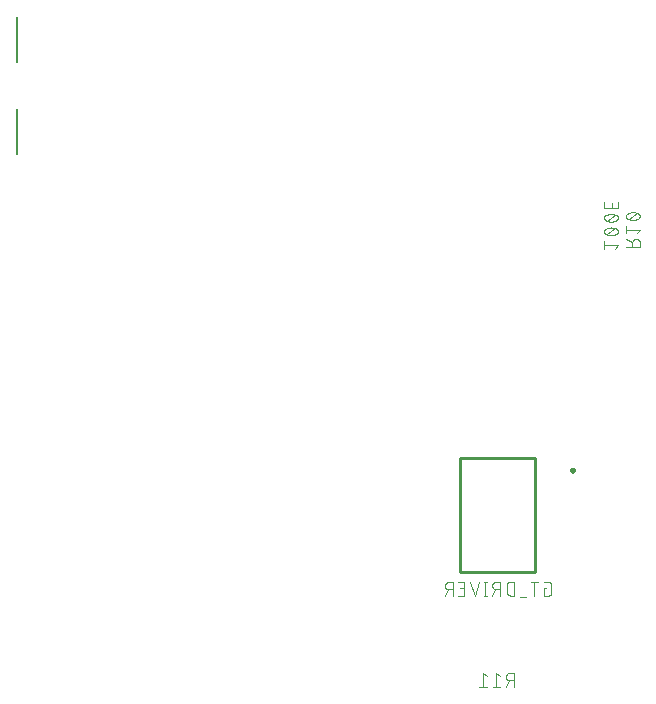
<source format=gbr>
G04 EAGLE Gerber RS-274X export*
G75*
%MOMM*%
%FSLAX34Y34*%
%LPD*%
%INSilkscreen Bottom*%
%IPPOS*%
%AMOC8*
5,1,8,0,0,1.08239X$1,22.5*%
G01*
%ADD10C,0.203200*%
%ADD11C,0.254000*%
%ADD12C,0.101600*%


D10*
X109100Y761450D02*
X109100Y799550D01*
D11*
X483550Y503450D02*
X547050Y503450D01*
X547050Y406950D01*
X483550Y406950D01*
X483550Y503450D01*
X577894Y493400D02*
X577896Y493471D01*
X577902Y493542D01*
X577912Y493612D01*
X577925Y493681D01*
X577943Y493750D01*
X577964Y493818D01*
X577989Y493884D01*
X578018Y493949D01*
X578050Y494012D01*
X578086Y494074D01*
X578125Y494133D01*
X578168Y494190D01*
X578213Y494244D01*
X578261Y494296D01*
X578313Y494345D01*
X578367Y494391D01*
X578423Y494434D01*
X578481Y494474D01*
X578542Y494511D01*
X578605Y494544D01*
X578669Y494574D01*
X578735Y494600D01*
X578803Y494622D01*
X578871Y494641D01*
X578941Y494655D01*
X579011Y494666D01*
X579081Y494673D01*
X579152Y494676D01*
X579223Y494675D01*
X579294Y494670D01*
X579364Y494661D01*
X579434Y494648D01*
X579503Y494632D01*
X579571Y494611D01*
X579638Y494587D01*
X579703Y494559D01*
X579767Y494528D01*
X579828Y494493D01*
X579888Y494455D01*
X579946Y494413D01*
X580001Y494369D01*
X580053Y494321D01*
X580103Y494270D01*
X580150Y494217D01*
X580194Y494161D01*
X580235Y494103D01*
X580272Y494043D01*
X580306Y493981D01*
X580337Y493917D01*
X580364Y493851D01*
X580387Y493784D01*
X580406Y493716D01*
X580422Y493647D01*
X580434Y493577D01*
X580442Y493506D01*
X580446Y493435D01*
X580446Y493365D01*
X580442Y493294D01*
X580434Y493223D01*
X580422Y493153D01*
X580406Y493084D01*
X580387Y493016D01*
X580364Y492949D01*
X580337Y492883D01*
X580306Y492819D01*
X580272Y492757D01*
X580235Y492697D01*
X580194Y492639D01*
X580150Y492583D01*
X580103Y492530D01*
X580053Y492479D01*
X580001Y492431D01*
X579946Y492387D01*
X579888Y492345D01*
X579828Y492307D01*
X579767Y492272D01*
X579703Y492241D01*
X579638Y492213D01*
X579571Y492189D01*
X579503Y492168D01*
X579434Y492152D01*
X579364Y492139D01*
X579294Y492130D01*
X579223Y492125D01*
X579152Y492124D01*
X579081Y492127D01*
X579011Y492134D01*
X578941Y492145D01*
X578871Y492159D01*
X578803Y492178D01*
X578735Y492200D01*
X578669Y492226D01*
X578605Y492256D01*
X578542Y492289D01*
X578481Y492326D01*
X578423Y492366D01*
X578367Y492409D01*
X578313Y492455D01*
X578261Y492504D01*
X578213Y492556D01*
X578168Y492610D01*
X578125Y492667D01*
X578086Y492726D01*
X578050Y492788D01*
X578018Y492851D01*
X577989Y492916D01*
X577964Y492982D01*
X577943Y493050D01*
X577925Y493119D01*
X577912Y493188D01*
X577902Y493258D01*
X577896Y493329D01*
X577894Y493400D01*
D12*
X556658Y393809D02*
X554711Y393809D01*
X554711Y387318D01*
X558605Y387318D01*
X558704Y387320D01*
X558804Y387326D01*
X558903Y387335D01*
X559001Y387348D01*
X559099Y387365D01*
X559197Y387386D01*
X559293Y387411D01*
X559388Y387439D01*
X559482Y387471D01*
X559575Y387506D01*
X559667Y387545D01*
X559757Y387588D01*
X559845Y387633D01*
X559932Y387683D01*
X560016Y387735D01*
X560099Y387791D01*
X560179Y387849D01*
X560257Y387911D01*
X560332Y387976D01*
X560405Y388044D01*
X560475Y388114D01*
X560543Y388187D01*
X560608Y388262D01*
X560670Y388340D01*
X560728Y388420D01*
X560784Y388503D01*
X560836Y388587D01*
X560886Y388674D01*
X560931Y388762D01*
X560974Y388852D01*
X561013Y388944D01*
X561048Y389037D01*
X561080Y389131D01*
X561108Y389226D01*
X561133Y389322D01*
X561154Y389420D01*
X561171Y389518D01*
X561184Y389616D01*
X561193Y389715D01*
X561199Y389815D01*
X561201Y389914D01*
X561202Y389914D02*
X561202Y396406D01*
X561201Y396406D02*
X561199Y396505D01*
X561193Y396605D01*
X561184Y396704D01*
X561171Y396802D01*
X561154Y396900D01*
X561133Y396998D01*
X561108Y397094D01*
X561080Y397189D01*
X561048Y397283D01*
X561013Y397376D01*
X560974Y397468D01*
X560931Y397558D01*
X560886Y397646D01*
X560836Y397733D01*
X560784Y397817D01*
X560728Y397900D01*
X560670Y397980D01*
X560608Y398058D01*
X560543Y398133D01*
X560475Y398206D01*
X560405Y398276D01*
X560332Y398344D01*
X560257Y398409D01*
X560179Y398471D01*
X560099Y398529D01*
X560016Y398585D01*
X559932Y398637D01*
X559845Y398687D01*
X559757Y398732D01*
X559667Y398775D01*
X559575Y398814D01*
X559482Y398849D01*
X559388Y398881D01*
X559293Y398909D01*
X559197Y398934D01*
X559099Y398955D01*
X559001Y398972D01*
X558903Y398985D01*
X558804Y398994D01*
X558704Y399000D01*
X558605Y399002D01*
X554711Y399002D01*
X546907Y399002D02*
X546907Y387318D01*
X550153Y399002D02*
X543662Y399002D01*
X539979Y386020D02*
X534786Y386020D01*
X529960Y387318D02*
X529960Y399002D01*
X526714Y399002D01*
X526601Y399000D01*
X526488Y398994D01*
X526375Y398984D01*
X526262Y398970D01*
X526150Y398953D01*
X526039Y398931D01*
X525929Y398906D01*
X525819Y398876D01*
X525711Y398843D01*
X525604Y398806D01*
X525498Y398766D01*
X525394Y398721D01*
X525291Y398673D01*
X525190Y398622D01*
X525091Y398567D01*
X524994Y398509D01*
X524899Y398447D01*
X524806Y398382D01*
X524716Y398314D01*
X524628Y398243D01*
X524542Y398168D01*
X524459Y398091D01*
X524379Y398011D01*
X524302Y397928D01*
X524227Y397842D01*
X524156Y397754D01*
X524088Y397664D01*
X524023Y397571D01*
X523961Y397476D01*
X523903Y397379D01*
X523848Y397280D01*
X523797Y397179D01*
X523749Y397076D01*
X523704Y396972D01*
X523664Y396866D01*
X523627Y396759D01*
X523594Y396651D01*
X523564Y396541D01*
X523539Y396431D01*
X523517Y396320D01*
X523500Y396208D01*
X523486Y396095D01*
X523476Y395982D01*
X523470Y395869D01*
X523468Y395756D01*
X523469Y395756D02*
X523469Y390564D01*
X523468Y390564D02*
X523470Y390451D01*
X523476Y390338D01*
X523486Y390225D01*
X523500Y390112D01*
X523517Y390000D01*
X523539Y389889D01*
X523564Y389779D01*
X523594Y389669D01*
X523627Y389561D01*
X523664Y389454D01*
X523704Y389348D01*
X523749Y389244D01*
X523797Y389141D01*
X523848Y389040D01*
X523903Y388941D01*
X523961Y388844D01*
X524023Y388749D01*
X524088Y388656D01*
X524156Y388566D01*
X524227Y388478D01*
X524302Y388392D01*
X524379Y388309D01*
X524459Y388229D01*
X524542Y388152D01*
X524628Y388077D01*
X524716Y388006D01*
X524806Y387938D01*
X524899Y387873D01*
X524994Y387811D01*
X525091Y387753D01*
X525190Y387698D01*
X525291Y387647D01*
X525394Y387599D01*
X525498Y387554D01*
X525604Y387514D01*
X525711Y387477D01*
X525819Y387444D01*
X525929Y387414D01*
X526039Y387389D01*
X526150Y387367D01*
X526262Y387350D01*
X526375Y387336D01*
X526488Y387326D01*
X526601Y387320D01*
X526714Y387318D01*
X529960Y387318D01*
X517694Y387318D02*
X517694Y399002D01*
X514449Y399002D01*
X514336Y399000D01*
X514223Y398994D01*
X514110Y398984D01*
X513997Y398970D01*
X513885Y398953D01*
X513774Y398931D01*
X513664Y398906D01*
X513554Y398876D01*
X513446Y398843D01*
X513339Y398806D01*
X513233Y398766D01*
X513129Y398721D01*
X513026Y398673D01*
X512925Y398622D01*
X512826Y398567D01*
X512729Y398509D01*
X512634Y398447D01*
X512541Y398382D01*
X512451Y398314D01*
X512363Y398243D01*
X512277Y398168D01*
X512194Y398091D01*
X512114Y398011D01*
X512037Y397928D01*
X511962Y397842D01*
X511891Y397754D01*
X511823Y397664D01*
X511758Y397571D01*
X511696Y397476D01*
X511638Y397379D01*
X511583Y397280D01*
X511532Y397179D01*
X511484Y397076D01*
X511439Y396972D01*
X511399Y396866D01*
X511362Y396759D01*
X511329Y396651D01*
X511299Y396541D01*
X511274Y396431D01*
X511252Y396320D01*
X511235Y396208D01*
X511221Y396095D01*
X511211Y395982D01*
X511205Y395869D01*
X511203Y395756D01*
X511205Y395643D01*
X511211Y395530D01*
X511221Y395417D01*
X511235Y395304D01*
X511252Y395192D01*
X511274Y395081D01*
X511299Y394971D01*
X511329Y394861D01*
X511362Y394753D01*
X511399Y394646D01*
X511439Y394540D01*
X511484Y394436D01*
X511532Y394333D01*
X511583Y394232D01*
X511638Y394133D01*
X511696Y394036D01*
X511758Y393941D01*
X511823Y393848D01*
X511891Y393758D01*
X511962Y393670D01*
X512037Y393584D01*
X512114Y393501D01*
X512194Y393421D01*
X512277Y393344D01*
X512363Y393269D01*
X512451Y393198D01*
X512541Y393130D01*
X512634Y393065D01*
X512729Y393003D01*
X512826Y392945D01*
X512925Y392890D01*
X513026Y392839D01*
X513129Y392791D01*
X513233Y392746D01*
X513339Y392706D01*
X513446Y392669D01*
X513554Y392636D01*
X513664Y392606D01*
X513774Y392581D01*
X513885Y392559D01*
X513997Y392542D01*
X514110Y392528D01*
X514223Y392518D01*
X514336Y392512D01*
X514449Y392510D01*
X514449Y392511D02*
X517694Y392511D01*
X513800Y392511D02*
X511203Y387318D01*
X505378Y387318D02*
X505378Y399002D01*
X506677Y387318D02*
X504080Y387318D01*
X504080Y399002D02*
X506677Y399002D01*
X500129Y399002D02*
X496234Y387318D01*
X492340Y399002D01*
X487646Y387318D02*
X482453Y387318D01*
X487646Y387318D02*
X487646Y399002D01*
X482453Y399002D01*
X483752Y393809D02*
X487646Y393809D01*
X477689Y399002D02*
X477689Y387318D01*
X477689Y399002D02*
X474444Y399002D01*
X474331Y399000D01*
X474218Y398994D01*
X474105Y398984D01*
X473992Y398970D01*
X473880Y398953D01*
X473769Y398931D01*
X473659Y398906D01*
X473549Y398876D01*
X473441Y398843D01*
X473334Y398806D01*
X473228Y398766D01*
X473124Y398721D01*
X473021Y398673D01*
X472920Y398622D01*
X472821Y398567D01*
X472724Y398509D01*
X472629Y398447D01*
X472536Y398382D01*
X472446Y398314D01*
X472358Y398243D01*
X472272Y398168D01*
X472189Y398091D01*
X472109Y398011D01*
X472032Y397928D01*
X471957Y397842D01*
X471886Y397754D01*
X471818Y397664D01*
X471753Y397571D01*
X471691Y397476D01*
X471633Y397379D01*
X471578Y397280D01*
X471527Y397179D01*
X471479Y397076D01*
X471434Y396972D01*
X471394Y396866D01*
X471357Y396759D01*
X471324Y396651D01*
X471294Y396541D01*
X471269Y396431D01*
X471247Y396320D01*
X471230Y396208D01*
X471216Y396095D01*
X471206Y395982D01*
X471200Y395869D01*
X471198Y395756D01*
X471200Y395643D01*
X471206Y395530D01*
X471216Y395417D01*
X471230Y395304D01*
X471247Y395192D01*
X471269Y395081D01*
X471294Y394971D01*
X471324Y394861D01*
X471357Y394753D01*
X471394Y394646D01*
X471434Y394540D01*
X471479Y394436D01*
X471527Y394333D01*
X471578Y394232D01*
X471633Y394133D01*
X471691Y394036D01*
X471753Y393941D01*
X471818Y393848D01*
X471886Y393758D01*
X471957Y393670D01*
X472032Y393584D01*
X472109Y393501D01*
X472189Y393421D01*
X472272Y393344D01*
X472358Y393269D01*
X472446Y393198D01*
X472536Y393130D01*
X472629Y393065D01*
X472724Y393003D01*
X472821Y392945D01*
X472920Y392890D01*
X473021Y392839D01*
X473124Y392791D01*
X473228Y392746D01*
X473334Y392706D01*
X473441Y392669D01*
X473549Y392636D01*
X473659Y392606D01*
X473769Y392581D01*
X473880Y392559D01*
X473992Y392542D01*
X474105Y392528D01*
X474218Y392518D01*
X474331Y392512D01*
X474444Y392510D01*
X474444Y392511D02*
X477689Y392511D01*
X473795Y392511D02*
X471198Y387318D01*
X624508Y682615D02*
X636192Y682615D01*
X636192Y685860D01*
X636190Y685973D01*
X636184Y686086D01*
X636174Y686199D01*
X636160Y686312D01*
X636143Y686424D01*
X636121Y686535D01*
X636096Y686645D01*
X636066Y686755D01*
X636033Y686863D01*
X635996Y686970D01*
X635956Y687076D01*
X635911Y687180D01*
X635863Y687283D01*
X635812Y687384D01*
X635757Y687483D01*
X635699Y687580D01*
X635637Y687675D01*
X635572Y687768D01*
X635504Y687858D01*
X635433Y687946D01*
X635358Y688032D01*
X635281Y688115D01*
X635201Y688195D01*
X635118Y688272D01*
X635032Y688347D01*
X634944Y688418D01*
X634854Y688486D01*
X634761Y688551D01*
X634666Y688613D01*
X634569Y688671D01*
X634470Y688726D01*
X634369Y688777D01*
X634266Y688825D01*
X634162Y688870D01*
X634056Y688910D01*
X633949Y688947D01*
X633841Y688980D01*
X633731Y689010D01*
X633621Y689035D01*
X633510Y689057D01*
X633398Y689074D01*
X633285Y689088D01*
X633172Y689098D01*
X633059Y689104D01*
X632946Y689106D01*
X632833Y689104D01*
X632720Y689098D01*
X632607Y689088D01*
X632494Y689074D01*
X632382Y689057D01*
X632271Y689035D01*
X632161Y689010D01*
X632051Y688980D01*
X631943Y688947D01*
X631836Y688910D01*
X631730Y688870D01*
X631626Y688825D01*
X631523Y688777D01*
X631422Y688726D01*
X631323Y688671D01*
X631226Y688613D01*
X631131Y688551D01*
X631038Y688486D01*
X630948Y688418D01*
X630860Y688347D01*
X630774Y688272D01*
X630691Y688195D01*
X630611Y688115D01*
X630534Y688032D01*
X630459Y687946D01*
X630388Y687858D01*
X630320Y687768D01*
X630255Y687675D01*
X630193Y687580D01*
X630135Y687483D01*
X630080Y687384D01*
X630029Y687283D01*
X629981Y687180D01*
X629936Y687076D01*
X629896Y686970D01*
X629859Y686863D01*
X629826Y686755D01*
X629796Y686645D01*
X629771Y686535D01*
X629749Y686424D01*
X629732Y686312D01*
X629718Y686199D01*
X629708Y686086D01*
X629702Y685973D01*
X629700Y685860D01*
X629701Y685860D02*
X629701Y682615D01*
X629701Y686509D02*
X624508Y689106D01*
X633596Y693971D02*
X636192Y697216D01*
X624508Y697216D01*
X624508Y693971D02*
X624508Y700462D01*
X630350Y705401D02*
X630580Y705404D01*
X630810Y705412D01*
X631039Y705426D01*
X631268Y705445D01*
X631497Y705470D01*
X631724Y705500D01*
X631952Y705535D01*
X632178Y705576D01*
X632403Y705622D01*
X632627Y705674D01*
X632849Y705731D01*
X633071Y705793D01*
X633290Y705861D01*
X633508Y705934D01*
X633725Y706012D01*
X633939Y706095D01*
X634151Y706183D01*
X634361Y706276D01*
X634569Y706375D01*
X634569Y706374D02*
X634659Y706407D01*
X634748Y706443D01*
X634836Y706483D01*
X634921Y706527D01*
X635005Y706574D01*
X635087Y706624D01*
X635167Y706678D01*
X635244Y706734D01*
X635320Y706794D01*
X635393Y706857D01*
X635463Y706922D01*
X635531Y706991D01*
X635595Y707062D01*
X635657Y707135D01*
X635716Y707211D01*
X635772Y707289D01*
X635825Y707370D01*
X635874Y707452D01*
X635920Y707536D01*
X635963Y707623D01*
X636002Y707710D01*
X636038Y707800D01*
X636070Y707890D01*
X636098Y707982D01*
X636123Y708075D01*
X636144Y708169D01*
X636161Y708263D01*
X636175Y708358D01*
X636184Y708454D01*
X636190Y708550D01*
X636192Y708646D01*
X636190Y708742D01*
X636184Y708838D01*
X636175Y708934D01*
X636161Y709029D01*
X636144Y709123D01*
X636123Y709217D01*
X636098Y709310D01*
X636070Y709402D01*
X636038Y709492D01*
X636002Y709582D01*
X635963Y709669D01*
X635920Y709756D01*
X635874Y709840D01*
X635825Y709922D01*
X635772Y710003D01*
X635716Y710081D01*
X635657Y710157D01*
X635595Y710230D01*
X635531Y710301D01*
X635463Y710370D01*
X635393Y710435D01*
X635320Y710498D01*
X635244Y710558D01*
X635167Y710614D01*
X635087Y710668D01*
X635005Y710718D01*
X634921Y710765D01*
X634836Y710809D01*
X634748Y710849D01*
X634659Y710885D01*
X634569Y710918D01*
X634569Y710919D02*
X634362Y711018D01*
X634152Y711111D01*
X633939Y711199D01*
X633725Y711282D01*
X633509Y711360D01*
X633291Y711433D01*
X633071Y711501D01*
X632850Y711563D01*
X632627Y711620D01*
X632403Y711672D01*
X632178Y711718D01*
X631952Y711759D01*
X631725Y711794D01*
X631497Y711824D01*
X631268Y711849D01*
X631039Y711868D01*
X630810Y711882D01*
X630580Y711890D01*
X630350Y711893D01*
X630350Y705401D02*
X630120Y705404D01*
X629890Y705412D01*
X629661Y705426D01*
X629432Y705445D01*
X629203Y705470D01*
X628975Y705500D01*
X628748Y705535D01*
X628522Y705576D01*
X628297Y705622D01*
X628073Y705674D01*
X627850Y705731D01*
X627629Y705793D01*
X627409Y705861D01*
X627191Y705934D01*
X626975Y706012D01*
X626761Y706095D01*
X626549Y706183D01*
X626338Y706276D01*
X626131Y706375D01*
X626131Y706374D02*
X626041Y706407D01*
X625952Y706443D01*
X625864Y706484D01*
X625779Y706527D01*
X625695Y706574D01*
X625613Y706624D01*
X625533Y706678D01*
X625456Y706734D01*
X625380Y706794D01*
X625307Y706857D01*
X625237Y706922D01*
X625169Y706991D01*
X625105Y707062D01*
X625043Y707135D01*
X624984Y707211D01*
X624928Y707289D01*
X624875Y707370D01*
X624826Y707452D01*
X624780Y707536D01*
X624737Y707623D01*
X624698Y707710D01*
X624662Y707800D01*
X624630Y707890D01*
X624602Y707982D01*
X624577Y708075D01*
X624556Y708169D01*
X624539Y708263D01*
X624525Y708358D01*
X624516Y708454D01*
X624510Y708550D01*
X624508Y708646D01*
X626131Y710918D02*
X626338Y711017D01*
X626549Y711110D01*
X626761Y711198D01*
X626975Y711281D01*
X627191Y711359D01*
X627409Y711432D01*
X627629Y711500D01*
X627850Y711562D01*
X628073Y711619D01*
X628297Y711671D01*
X628522Y711717D01*
X628748Y711758D01*
X628975Y711793D01*
X629203Y711823D01*
X629432Y711848D01*
X629661Y711867D01*
X629890Y711881D01*
X630120Y711889D01*
X630350Y711892D01*
X626131Y710918D02*
X626041Y710885D01*
X625952Y710849D01*
X625864Y710809D01*
X625779Y710765D01*
X625695Y710718D01*
X625613Y710668D01*
X625533Y710614D01*
X625456Y710558D01*
X625380Y710498D01*
X625307Y710435D01*
X625237Y710370D01*
X625169Y710301D01*
X625105Y710230D01*
X625043Y710157D01*
X624984Y710081D01*
X624928Y710003D01*
X624875Y709922D01*
X624826Y709840D01*
X624780Y709756D01*
X624737Y709669D01*
X624698Y709582D01*
X624662Y709492D01*
X624630Y709402D01*
X624602Y709310D01*
X624577Y709217D01*
X624556Y709123D01*
X624539Y709029D01*
X624525Y708934D01*
X624516Y708838D01*
X624510Y708742D01*
X624508Y708646D01*
X627104Y706050D02*
X633596Y711243D01*
X617622Y684284D02*
X615026Y681038D01*
X617622Y684284D02*
X605938Y684284D01*
X605938Y687529D02*
X605938Y681038D01*
X611780Y692468D02*
X612010Y692471D01*
X612240Y692479D01*
X612469Y692493D01*
X612698Y692512D01*
X612927Y692537D01*
X613154Y692567D01*
X613382Y692602D01*
X613608Y692643D01*
X613833Y692689D01*
X614057Y692741D01*
X614279Y692798D01*
X614501Y692860D01*
X614720Y692928D01*
X614938Y693001D01*
X615155Y693079D01*
X615369Y693162D01*
X615581Y693250D01*
X615791Y693343D01*
X615999Y693442D01*
X616089Y693475D01*
X616178Y693511D01*
X616266Y693551D01*
X616351Y693595D01*
X616435Y693642D01*
X616517Y693692D01*
X616597Y693746D01*
X616674Y693802D01*
X616750Y693862D01*
X616823Y693925D01*
X616893Y693990D01*
X616961Y694059D01*
X617025Y694130D01*
X617087Y694203D01*
X617146Y694279D01*
X617202Y694357D01*
X617255Y694438D01*
X617304Y694520D01*
X617350Y694604D01*
X617393Y694691D01*
X617432Y694778D01*
X617468Y694868D01*
X617500Y694958D01*
X617528Y695050D01*
X617553Y695143D01*
X617574Y695237D01*
X617591Y695331D01*
X617605Y695426D01*
X617614Y695522D01*
X617620Y695618D01*
X617622Y695714D01*
X617620Y695810D01*
X617614Y695906D01*
X617605Y696002D01*
X617591Y696097D01*
X617574Y696191D01*
X617553Y696285D01*
X617528Y696378D01*
X617500Y696470D01*
X617468Y696560D01*
X617432Y696650D01*
X617393Y696737D01*
X617350Y696824D01*
X617304Y696908D01*
X617255Y696990D01*
X617202Y697071D01*
X617146Y697149D01*
X617087Y697225D01*
X617025Y697298D01*
X616961Y697369D01*
X616893Y697438D01*
X616823Y697503D01*
X616750Y697566D01*
X616674Y697626D01*
X616597Y697682D01*
X616517Y697736D01*
X616435Y697786D01*
X616351Y697833D01*
X616266Y697877D01*
X616178Y697917D01*
X616089Y697953D01*
X615999Y697986D01*
X615792Y698085D01*
X615582Y698178D01*
X615369Y698266D01*
X615155Y698349D01*
X614939Y698427D01*
X614721Y698500D01*
X614501Y698568D01*
X614280Y698630D01*
X614057Y698687D01*
X613833Y698739D01*
X613608Y698785D01*
X613382Y698826D01*
X613155Y698861D01*
X612927Y698891D01*
X612698Y698916D01*
X612469Y698935D01*
X612240Y698949D01*
X612010Y698957D01*
X611780Y698960D01*
X611780Y692468D02*
X611550Y692471D01*
X611320Y692479D01*
X611091Y692493D01*
X610862Y692512D01*
X610633Y692537D01*
X610405Y692567D01*
X610178Y692602D01*
X609952Y692643D01*
X609727Y692689D01*
X609503Y692741D01*
X609280Y692798D01*
X609059Y692860D01*
X608839Y692928D01*
X608621Y693001D01*
X608405Y693079D01*
X608191Y693162D01*
X607979Y693250D01*
X607768Y693343D01*
X607561Y693442D01*
X607471Y693475D01*
X607382Y693511D01*
X607294Y693552D01*
X607209Y693595D01*
X607125Y693642D01*
X607043Y693692D01*
X606963Y693746D01*
X606886Y693802D01*
X606810Y693862D01*
X606737Y693925D01*
X606667Y693990D01*
X606599Y694059D01*
X606535Y694130D01*
X606473Y694203D01*
X606414Y694279D01*
X606358Y694357D01*
X606305Y694438D01*
X606256Y694520D01*
X606210Y694604D01*
X606167Y694691D01*
X606128Y694778D01*
X606092Y694868D01*
X606060Y694958D01*
X606032Y695050D01*
X606007Y695143D01*
X605986Y695237D01*
X605969Y695331D01*
X605955Y695426D01*
X605946Y695522D01*
X605940Y695618D01*
X605938Y695714D01*
X607561Y697985D02*
X607768Y698084D01*
X607979Y698177D01*
X608191Y698265D01*
X608405Y698348D01*
X608621Y698426D01*
X608839Y698499D01*
X609059Y698567D01*
X609280Y698629D01*
X609503Y698686D01*
X609727Y698738D01*
X609952Y698784D01*
X610178Y698825D01*
X610405Y698860D01*
X610633Y698890D01*
X610862Y698915D01*
X611091Y698934D01*
X611320Y698948D01*
X611550Y698956D01*
X611780Y698959D01*
X607561Y697986D02*
X607471Y697953D01*
X607382Y697917D01*
X607294Y697877D01*
X607209Y697833D01*
X607125Y697786D01*
X607043Y697736D01*
X606963Y697682D01*
X606886Y697626D01*
X606810Y697566D01*
X606737Y697503D01*
X606667Y697438D01*
X606599Y697369D01*
X606535Y697298D01*
X606473Y697225D01*
X606414Y697149D01*
X606358Y697071D01*
X606305Y696990D01*
X606256Y696908D01*
X606210Y696824D01*
X606167Y696737D01*
X606128Y696650D01*
X606092Y696560D01*
X606060Y696470D01*
X606032Y696378D01*
X606007Y696285D01*
X605986Y696191D01*
X605969Y696097D01*
X605955Y696002D01*
X605946Y695906D01*
X605940Y695810D01*
X605938Y695714D01*
X608534Y693117D02*
X615026Y698310D01*
X611780Y703898D02*
X612010Y703901D01*
X612240Y703909D01*
X612469Y703923D01*
X612698Y703942D01*
X612927Y703967D01*
X613154Y703997D01*
X613382Y704032D01*
X613608Y704073D01*
X613833Y704119D01*
X614057Y704171D01*
X614279Y704228D01*
X614501Y704290D01*
X614720Y704358D01*
X614938Y704431D01*
X615155Y704509D01*
X615369Y704592D01*
X615581Y704680D01*
X615791Y704773D01*
X615999Y704872D01*
X615999Y704871D02*
X616089Y704904D01*
X616178Y704940D01*
X616266Y704980D01*
X616351Y705024D01*
X616435Y705071D01*
X616517Y705121D01*
X616597Y705175D01*
X616674Y705231D01*
X616750Y705291D01*
X616823Y705354D01*
X616893Y705419D01*
X616961Y705488D01*
X617025Y705559D01*
X617087Y705632D01*
X617146Y705708D01*
X617202Y705786D01*
X617255Y705867D01*
X617304Y705949D01*
X617350Y706033D01*
X617393Y706120D01*
X617432Y706207D01*
X617468Y706297D01*
X617500Y706387D01*
X617528Y706479D01*
X617553Y706572D01*
X617574Y706666D01*
X617591Y706760D01*
X617605Y706855D01*
X617614Y706951D01*
X617620Y707047D01*
X617622Y707143D01*
X617620Y707239D01*
X617614Y707335D01*
X617605Y707431D01*
X617591Y707526D01*
X617574Y707620D01*
X617553Y707714D01*
X617528Y707807D01*
X617500Y707899D01*
X617468Y707989D01*
X617432Y708079D01*
X617393Y708166D01*
X617350Y708253D01*
X617304Y708337D01*
X617255Y708419D01*
X617202Y708500D01*
X617146Y708578D01*
X617087Y708654D01*
X617025Y708727D01*
X616961Y708798D01*
X616893Y708867D01*
X616823Y708932D01*
X616750Y708995D01*
X616674Y709055D01*
X616597Y709111D01*
X616517Y709165D01*
X616435Y709215D01*
X616351Y709262D01*
X616266Y709306D01*
X616178Y709346D01*
X616089Y709382D01*
X615999Y709415D01*
X615999Y709416D02*
X615792Y709515D01*
X615582Y709608D01*
X615369Y709696D01*
X615155Y709779D01*
X614939Y709857D01*
X614721Y709930D01*
X614501Y709998D01*
X614280Y710060D01*
X614057Y710117D01*
X613833Y710169D01*
X613608Y710215D01*
X613382Y710256D01*
X613155Y710291D01*
X612927Y710321D01*
X612698Y710346D01*
X612469Y710365D01*
X612240Y710379D01*
X612010Y710387D01*
X611780Y710390D01*
X611780Y703898D02*
X611550Y703901D01*
X611320Y703909D01*
X611091Y703923D01*
X610862Y703942D01*
X610633Y703967D01*
X610405Y703997D01*
X610178Y704032D01*
X609952Y704073D01*
X609727Y704119D01*
X609503Y704171D01*
X609280Y704228D01*
X609059Y704290D01*
X608839Y704358D01*
X608621Y704431D01*
X608405Y704509D01*
X608191Y704592D01*
X607979Y704680D01*
X607768Y704773D01*
X607561Y704872D01*
X607561Y704871D02*
X607471Y704904D01*
X607382Y704940D01*
X607294Y704981D01*
X607209Y705024D01*
X607125Y705071D01*
X607043Y705121D01*
X606963Y705175D01*
X606886Y705231D01*
X606810Y705291D01*
X606737Y705354D01*
X606667Y705419D01*
X606599Y705488D01*
X606535Y705559D01*
X606473Y705632D01*
X606414Y705708D01*
X606358Y705786D01*
X606305Y705867D01*
X606256Y705949D01*
X606210Y706033D01*
X606167Y706120D01*
X606128Y706207D01*
X606092Y706297D01*
X606060Y706387D01*
X606032Y706479D01*
X606007Y706572D01*
X605986Y706666D01*
X605969Y706760D01*
X605955Y706855D01*
X605946Y706951D01*
X605940Y707047D01*
X605938Y707143D01*
X607561Y709415D02*
X607768Y709514D01*
X607979Y709607D01*
X608191Y709695D01*
X608405Y709778D01*
X608621Y709856D01*
X608839Y709929D01*
X609059Y709997D01*
X609280Y710059D01*
X609503Y710116D01*
X609727Y710168D01*
X609952Y710214D01*
X610178Y710255D01*
X610405Y710290D01*
X610633Y710320D01*
X610862Y710345D01*
X611091Y710364D01*
X611320Y710378D01*
X611550Y710386D01*
X611780Y710389D01*
X607561Y709415D02*
X607471Y709382D01*
X607382Y709346D01*
X607294Y709306D01*
X607209Y709262D01*
X607125Y709215D01*
X607043Y709165D01*
X606963Y709111D01*
X606886Y709055D01*
X606810Y708995D01*
X606737Y708932D01*
X606667Y708867D01*
X606599Y708798D01*
X606535Y708727D01*
X606473Y708654D01*
X606414Y708578D01*
X606358Y708500D01*
X606305Y708419D01*
X606256Y708337D01*
X606210Y708253D01*
X606167Y708166D01*
X606128Y708079D01*
X606092Y707989D01*
X606060Y707899D01*
X606032Y707807D01*
X606007Y707714D01*
X605986Y707620D01*
X605969Y707526D01*
X605955Y707431D01*
X605946Y707335D01*
X605940Y707239D01*
X605938Y707143D01*
X608534Y704547D02*
X615026Y709740D01*
X605938Y715732D02*
X605938Y720924D01*
X605938Y715732D02*
X617622Y715732D01*
X617622Y720924D01*
X612429Y719626D02*
X612429Y715732D01*
X529285Y321922D02*
X529285Y310238D01*
X529285Y321922D02*
X526040Y321922D01*
X525927Y321920D01*
X525814Y321914D01*
X525701Y321904D01*
X525588Y321890D01*
X525476Y321873D01*
X525365Y321851D01*
X525255Y321826D01*
X525145Y321796D01*
X525037Y321763D01*
X524930Y321726D01*
X524824Y321686D01*
X524720Y321641D01*
X524617Y321593D01*
X524516Y321542D01*
X524417Y321487D01*
X524320Y321429D01*
X524225Y321367D01*
X524132Y321302D01*
X524042Y321234D01*
X523954Y321163D01*
X523868Y321088D01*
X523785Y321011D01*
X523705Y320931D01*
X523628Y320848D01*
X523553Y320762D01*
X523482Y320674D01*
X523414Y320584D01*
X523349Y320491D01*
X523287Y320396D01*
X523229Y320299D01*
X523174Y320200D01*
X523123Y320099D01*
X523075Y319996D01*
X523030Y319892D01*
X522990Y319786D01*
X522953Y319679D01*
X522920Y319571D01*
X522890Y319461D01*
X522865Y319351D01*
X522843Y319240D01*
X522826Y319128D01*
X522812Y319015D01*
X522802Y318902D01*
X522796Y318789D01*
X522794Y318676D01*
X522796Y318563D01*
X522802Y318450D01*
X522812Y318337D01*
X522826Y318224D01*
X522843Y318112D01*
X522865Y318001D01*
X522890Y317891D01*
X522920Y317781D01*
X522953Y317673D01*
X522990Y317566D01*
X523030Y317460D01*
X523075Y317356D01*
X523123Y317253D01*
X523174Y317152D01*
X523229Y317053D01*
X523287Y316956D01*
X523349Y316861D01*
X523414Y316768D01*
X523482Y316678D01*
X523553Y316590D01*
X523628Y316504D01*
X523705Y316421D01*
X523785Y316341D01*
X523868Y316264D01*
X523954Y316189D01*
X524042Y316118D01*
X524132Y316050D01*
X524225Y315985D01*
X524320Y315923D01*
X524417Y315865D01*
X524516Y315810D01*
X524617Y315759D01*
X524720Y315711D01*
X524824Y315666D01*
X524930Y315626D01*
X525037Y315589D01*
X525145Y315556D01*
X525255Y315526D01*
X525365Y315501D01*
X525476Y315479D01*
X525588Y315462D01*
X525701Y315448D01*
X525814Y315438D01*
X525927Y315432D01*
X526040Y315430D01*
X526040Y315431D02*
X529285Y315431D01*
X525391Y315431D02*
X522794Y310238D01*
X517929Y319326D02*
X514684Y321922D01*
X514684Y310238D01*
X517929Y310238D02*
X511438Y310238D01*
X506499Y319326D02*
X503254Y321922D01*
X503254Y310238D01*
X506499Y310238D02*
X500008Y310238D01*
D10*
X108700Y838750D02*
X108700Y876850D01*
M02*

</source>
